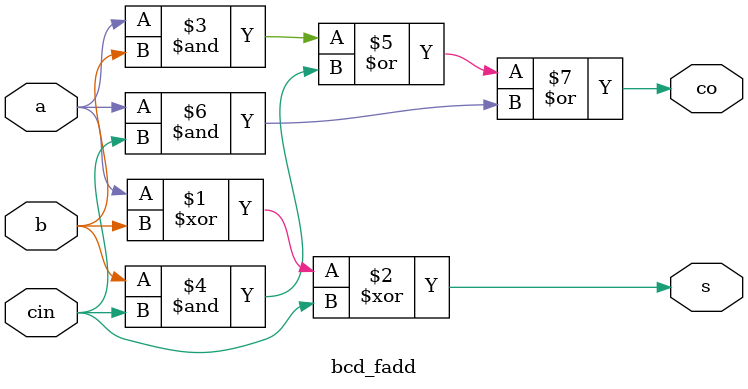
<source format=v>
module bcd_rca( 
    input [15:0] a, b,
    input cin,
    output cout,
    output [15:0] sum );
    wire co[2:0];
    bcd_fadd bcd1(a[3:0],b[3:0],cin,co[0],sum[3:0]);
    bcd_fadd bcd2(a[7:4],b[7:4],co[0],co[1],sum[7:4]);
    bcd_fadd bcd3(a[11:8],b[11:8],co[1],co[2],sum[11:8]);
    bcd_fadd bcd4(a[15:12],b[15:12],co[2],(cout),sum[15:12]);
// Use by name instantiation beacuse you don't 
//    know the name of ports of bcd_fadd
endmodule

module bcd_fadd(input a,b,cin,
                output s,co);
    assign s=a^b^cin;
    assign co = a&b | b&cin | a&cin;
endmodule

</source>
